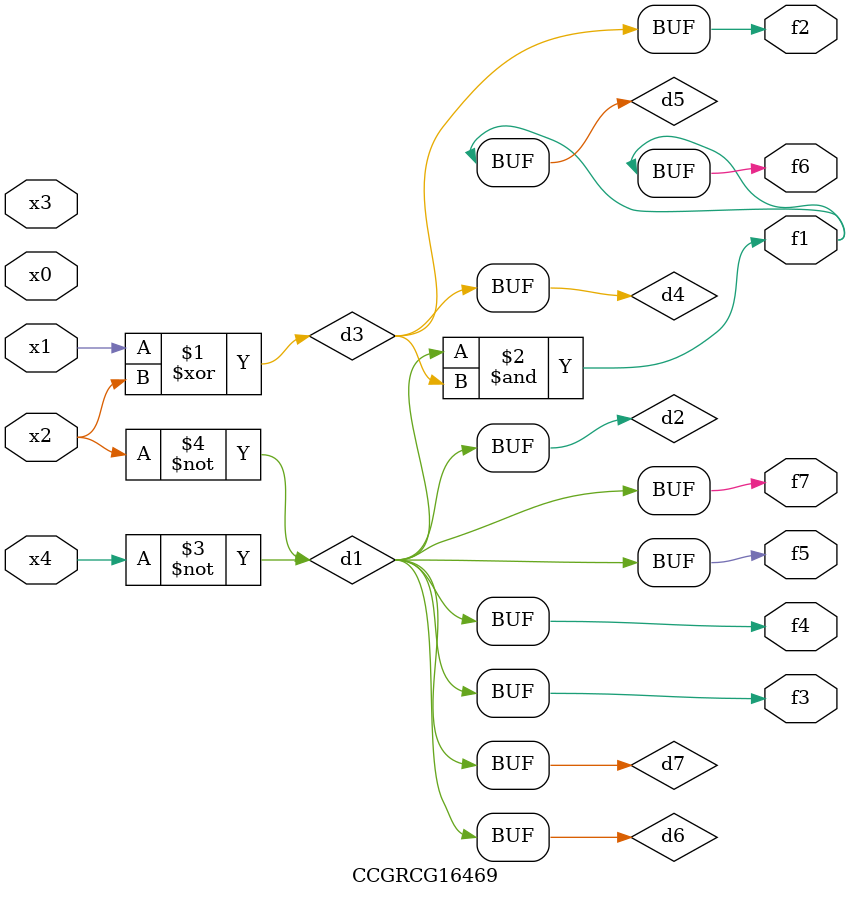
<source format=v>
module CCGRCG16469(
	input x0, x1, x2, x3, x4,
	output f1, f2, f3, f4, f5, f6, f7
);

	wire d1, d2, d3, d4, d5, d6, d7;

	not (d1, x4);
	not (d2, x2);
	xor (d3, x1, x2);
	buf (d4, d3);
	and (d5, d1, d3);
	buf (d6, d1, d2);
	buf (d7, d2);
	assign f1 = d5;
	assign f2 = d4;
	assign f3 = d7;
	assign f4 = d7;
	assign f5 = d7;
	assign f6 = d5;
	assign f7 = d7;
endmodule

</source>
